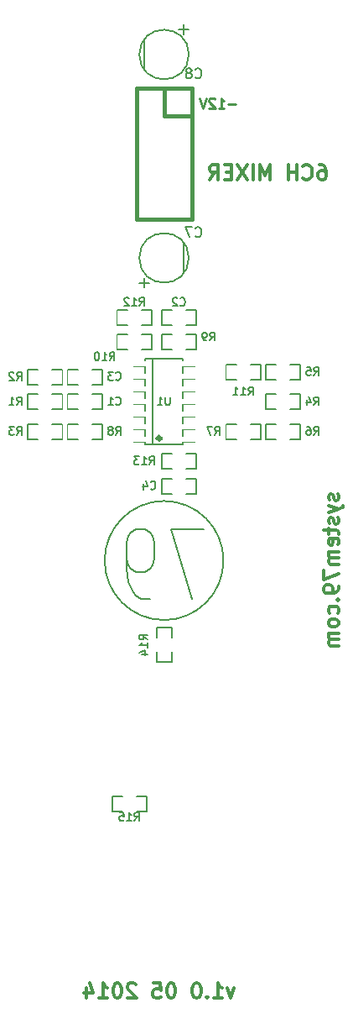
<source format=gbo>
G04 (created by PCBNEW (2013-07-07 BZR 4022)-stable) date 2014-05-25 11:14:29 PM*
%MOIN*%
G04 Gerber Fmt 3.4, Leading zero omitted, Abs format*
%FSLAX34Y34*%
G01*
G70*
G90*
G04 APERTURE LIST*
%ADD10C,0.00590551*%
%ADD11C,0.011811*%
%ADD12C,0.00984252*%
%ADD13C,0.015*%
%ADD14C,0.0026*%
%ADD15C,0.008*%
%ADD16C,0.005*%
%ADD17C,0.00787402*%
%ADD18C,0.006*%
%ADD19R,0.0866X0.0236*%
%ADD20R,0.055X0.045*%
%ADD21R,0.045X0.055*%
%ADD22O,0.0984252X0.137795*%
%ADD23C,0.0688976*%
%ADD24O,0.137795X0.19685*%
%ADD25O,0.0787402X0.137795*%
%ADD26O,0.137795X0.137795*%
%ADD27C,0.0787*%
%ADD28R,0.0787X0.0787*%
%ADD29R,0.0551181X0.0551181*%
%ADD30C,0.0551181*%
G04 APERTURE END LIST*
G54D10*
G54D11*
X94895Y-60953D02*
X94924Y-61009D01*
X94924Y-61122D01*
X94895Y-61178D01*
X94839Y-61206D01*
X94811Y-61206D01*
X94755Y-61178D01*
X94727Y-61122D01*
X94727Y-61037D01*
X94699Y-60981D01*
X94642Y-60953D01*
X94614Y-60953D01*
X94558Y-60981D01*
X94530Y-61037D01*
X94530Y-61122D01*
X94558Y-61178D01*
X94530Y-61403D02*
X94924Y-61543D01*
X94530Y-61684D02*
X94924Y-61543D01*
X95064Y-61487D01*
X95092Y-61459D01*
X95120Y-61403D01*
X94895Y-61881D02*
X94924Y-61937D01*
X94924Y-62050D01*
X94895Y-62106D01*
X94839Y-62134D01*
X94811Y-62134D01*
X94755Y-62106D01*
X94727Y-62050D01*
X94727Y-61965D01*
X94699Y-61909D01*
X94642Y-61881D01*
X94614Y-61881D01*
X94558Y-61909D01*
X94530Y-61965D01*
X94530Y-62050D01*
X94558Y-62106D01*
X94530Y-62303D02*
X94530Y-62528D01*
X94333Y-62387D02*
X94839Y-62387D01*
X94895Y-62415D01*
X94924Y-62471D01*
X94924Y-62528D01*
X94895Y-62949D02*
X94924Y-62893D01*
X94924Y-62781D01*
X94895Y-62724D01*
X94839Y-62696D01*
X94614Y-62696D01*
X94558Y-62724D01*
X94530Y-62781D01*
X94530Y-62893D01*
X94558Y-62949D01*
X94614Y-62978D01*
X94670Y-62978D01*
X94727Y-62696D01*
X94924Y-63231D02*
X94530Y-63231D01*
X94586Y-63231D02*
X94558Y-63259D01*
X94530Y-63315D01*
X94530Y-63399D01*
X94558Y-63456D01*
X94614Y-63484D01*
X94924Y-63484D01*
X94614Y-63484D02*
X94558Y-63512D01*
X94530Y-63568D01*
X94530Y-63652D01*
X94558Y-63709D01*
X94614Y-63737D01*
X94924Y-63737D01*
X94333Y-63962D02*
X94333Y-64356D01*
X94924Y-64102D01*
X94924Y-64609D02*
X94924Y-64721D01*
X94895Y-64777D01*
X94867Y-64805D01*
X94783Y-64862D01*
X94670Y-64890D01*
X94446Y-64890D01*
X94389Y-64862D01*
X94361Y-64834D01*
X94333Y-64777D01*
X94333Y-64665D01*
X94361Y-64609D01*
X94389Y-64580D01*
X94446Y-64552D01*
X94586Y-64552D01*
X94642Y-64580D01*
X94670Y-64609D01*
X94699Y-64665D01*
X94699Y-64777D01*
X94670Y-64834D01*
X94642Y-64862D01*
X94586Y-64890D01*
X94867Y-65143D02*
X94895Y-65171D01*
X94924Y-65143D01*
X94895Y-65115D01*
X94867Y-65143D01*
X94924Y-65143D01*
X94895Y-65677D02*
X94924Y-65621D01*
X94924Y-65508D01*
X94895Y-65452D01*
X94867Y-65424D01*
X94811Y-65396D01*
X94642Y-65396D01*
X94586Y-65424D01*
X94558Y-65452D01*
X94530Y-65508D01*
X94530Y-65621D01*
X94558Y-65677D01*
X94924Y-66015D02*
X94895Y-65958D01*
X94867Y-65930D01*
X94811Y-65902D01*
X94642Y-65902D01*
X94586Y-65930D01*
X94558Y-65958D01*
X94530Y-66015D01*
X94530Y-66099D01*
X94558Y-66155D01*
X94586Y-66183D01*
X94642Y-66212D01*
X94811Y-66212D01*
X94867Y-66183D01*
X94895Y-66155D01*
X94924Y-66099D01*
X94924Y-66015D01*
X94924Y-66465D02*
X94530Y-66465D01*
X94586Y-66465D02*
X94558Y-66493D01*
X94530Y-66549D01*
X94530Y-66633D01*
X94558Y-66690D01*
X94614Y-66718D01*
X94924Y-66718D01*
X94614Y-66718D02*
X94558Y-66746D01*
X94530Y-66802D01*
X94530Y-66886D01*
X94558Y-66943D01*
X94614Y-66971D01*
X94924Y-66971D01*
X90776Y-80553D02*
X90635Y-80947D01*
X90494Y-80553D01*
X89960Y-80947D02*
X90298Y-80947D01*
X90129Y-80947D02*
X90129Y-80357D01*
X90185Y-80441D01*
X90241Y-80497D01*
X90298Y-80525D01*
X89707Y-80891D02*
X89679Y-80919D01*
X89707Y-80947D01*
X89735Y-80919D01*
X89707Y-80891D01*
X89707Y-80947D01*
X89313Y-80357D02*
X89257Y-80357D01*
X89201Y-80385D01*
X89173Y-80413D01*
X89145Y-80469D01*
X89116Y-80582D01*
X89116Y-80722D01*
X89145Y-80835D01*
X89173Y-80891D01*
X89201Y-80919D01*
X89257Y-80947D01*
X89313Y-80947D01*
X89370Y-80919D01*
X89398Y-80891D01*
X89426Y-80835D01*
X89454Y-80722D01*
X89454Y-80582D01*
X89426Y-80469D01*
X89398Y-80413D01*
X89370Y-80385D01*
X89313Y-80357D01*
X88301Y-80357D02*
X88245Y-80357D01*
X88188Y-80385D01*
X88160Y-80413D01*
X88132Y-80469D01*
X88104Y-80582D01*
X88104Y-80722D01*
X88132Y-80835D01*
X88160Y-80891D01*
X88188Y-80919D01*
X88245Y-80947D01*
X88301Y-80947D01*
X88357Y-80919D01*
X88385Y-80891D01*
X88413Y-80835D01*
X88442Y-80722D01*
X88442Y-80582D01*
X88413Y-80469D01*
X88385Y-80413D01*
X88357Y-80385D01*
X88301Y-80357D01*
X87570Y-80357D02*
X87851Y-80357D01*
X87879Y-80638D01*
X87851Y-80610D01*
X87795Y-80582D01*
X87654Y-80582D01*
X87598Y-80610D01*
X87570Y-80638D01*
X87542Y-80694D01*
X87542Y-80835D01*
X87570Y-80891D01*
X87598Y-80919D01*
X87654Y-80947D01*
X87795Y-80947D01*
X87851Y-80919D01*
X87879Y-80891D01*
X86867Y-80413D02*
X86839Y-80385D01*
X86782Y-80357D01*
X86642Y-80357D01*
X86586Y-80385D01*
X86557Y-80413D01*
X86529Y-80469D01*
X86529Y-80525D01*
X86557Y-80610D01*
X86895Y-80947D01*
X86529Y-80947D01*
X86164Y-80357D02*
X86107Y-80357D01*
X86051Y-80385D01*
X86023Y-80413D01*
X85995Y-80469D01*
X85967Y-80582D01*
X85967Y-80722D01*
X85995Y-80835D01*
X86023Y-80891D01*
X86051Y-80919D01*
X86107Y-80947D01*
X86164Y-80947D01*
X86220Y-80919D01*
X86248Y-80891D01*
X86276Y-80835D01*
X86304Y-80722D01*
X86304Y-80582D01*
X86276Y-80469D01*
X86248Y-80413D01*
X86220Y-80385D01*
X86164Y-80357D01*
X85404Y-80947D02*
X85742Y-80947D01*
X85573Y-80947D02*
X85573Y-80357D01*
X85629Y-80441D01*
X85686Y-80497D01*
X85742Y-80525D01*
X84898Y-80553D02*
X84898Y-80947D01*
X85039Y-80329D02*
X85179Y-80750D01*
X84814Y-80750D01*
X94164Y-47876D02*
X94277Y-47876D01*
X94333Y-47904D01*
X94361Y-47933D01*
X94417Y-48017D01*
X94446Y-48129D01*
X94446Y-48354D01*
X94417Y-48411D01*
X94389Y-48439D01*
X94333Y-48467D01*
X94221Y-48467D01*
X94164Y-48439D01*
X94136Y-48411D01*
X94108Y-48354D01*
X94108Y-48214D01*
X94136Y-48158D01*
X94164Y-48129D01*
X94221Y-48101D01*
X94333Y-48101D01*
X94389Y-48129D01*
X94417Y-48158D01*
X94446Y-48214D01*
X93517Y-48411D02*
X93546Y-48439D01*
X93630Y-48467D01*
X93686Y-48467D01*
X93771Y-48439D01*
X93827Y-48383D01*
X93855Y-48326D01*
X93883Y-48214D01*
X93883Y-48129D01*
X93855Y-48017D01*
X93827Y-47961D01*
X93771Y-47904D01*
X93686Y-47876D01*
X93630Y-47876D01*
X93546Y-47904D01*
X93517Y-47933D01*
X93264Y-48467D02*
X93264Y-47876D01*
X93264Y-48158D02*
X92927Y-48158D01*
X92927Y-48467D02*
X92927Y-47876D01*
X92196Y-48467D02*
X92196Y-47876D01*
X91999Y-48298D01*
X91802Y-47876D01*
X91802Y-48467D01*
X91521Y-48467D02*
X91521Y-47876D01*
X91296Y-47876D02*
X90902Y-48467D01*
X90902Y-47876D02*
X91296Y-48467D01*
X90677Y-48158D02*
X90480Y-48158D01*
X90396Y-48467D02*
X90677Y-48467D01*
X90677Y-47876D01*
X90396Y-47876D01*
X89805Y-48467D02*
X90002Y-48186D01*
X90143Y-48467D02*
X90143Y-47876D01*
X89918Y-47876D01*
X89862Y-47904D01*
X89834Y-47933D01*
X89805Y-47989D01*
X89805Y-48073D01*
X89834Y-48129D01*
X89862Y-48158D01*
X89918Y-48186D01*
X90143Y-48186D01*
G54D12*
X90851Y-45481D02*
X90551Y-45481D01*
X90157Y-45631D02*
X90382Y-45631D01*
X90269Y-45631D02*
X90269Y-45238D01*
X90307Y-45294D01*
X90344Y-45331D01*
X90382Y-45350D01*
X90007Y-45275D02*
X89988Y-45256D01*
X89951Y-45238D01*
X89857Y-45238D01*
X89820Y-45256D01*
X89801Y-45275D01*
X89782Y-45313D01*
X89782Y-45350D01*
X89801Y-45406D01*
X90026Y-45631D01*
X89782Y-45631D01*
X89670Y-45238D02*
X89538Y-45631D01*
X89407Y-45238D01*
G54D13*
X87862Y-58733D02*
G75*
G03X87862Y-58733I-70J0D01*
G74*
G01*
G54D14*
X86772Y-58879D02*
X86772Y-58686D01*
X86772Y-58686D02*
X87205Y-58686D01*
X87205Y-58879D02*
X87205Y-58686D01*
X86772Y-58879D02*
X87205Y-58879D01*
X86772Y-58379D02*
X86772Y-58186D01*
X86772Y-58186D02*
X87205Y-58186D01*
X87205Y-58379D02*
X87205Y-58186D01*
X86772Y-58379D02*
X87205Y-58379D01*
X86772Y-57879D02*
X86772Y-57686D01*
X86772Y-57686D02*
X87205Y-57686D01*
X87205Y-57879D02*
X87205Y-57686D01*
X86772Y-57879D02*
X87205Y-57879D01*
X86772Y-57379D02*
X86772Y-57187D01*
X86772Y-57187D02*
X87205Y-57187D01*
X87205Y-57379D02*
X87205Y-57187D01*
X86772Y-57379D02*
X87205Y-57379D01*
X88779Y-57379D02*
X88779Y-57187D01*
X88779Y-57187D02*
X89212Y-57187D01*
X89212Y-57379D02*
X89212Y-57187D01*
X88779Y-57379D02*
X89212Y-57379D01*
X88779Y-57879D02*
X88779Y-57686D01*
X88779Y-57686D02*
X89212Y-57686D01*
X89212Y-57879D02*
X89212Y-57686D01*
X88779Y-57879D02*
X89212Y-57879D01*
X88779Y-58379D02*
X88779Y-58186D01*
X88779Y-58186D02*
X89212Y-58186D01*
X89212Y-58379D02*
X89212Y-58186D01*
X88779Y-58379D02*
X89212Y-58379D01*
X88779Y-58879D02*
X88779Y-58686D01*
X88779Y-58686D02*
X89212Y-58686D01*
X89212Y-58879D02*
X89212Y-58686D01*
X88779Y-58879D02*
X89212Y-58879D01*
X86772Y-56880D02*
X86772Y-56687D01*
X86772Y-56687D02*
X87205Y-56687D01*
X87205Y-56880D02*
X87205Y-56687D01*
X86772Y-56880D02*
X87205Y-56880D01*
X86772Y-56380D02*
X86772Y-56187D01*
X86772Y-56187D02*
X87205Y-56187D01*
X87205Y-56380D02*
X87205Y-56187D01*
X86772Y-56380D02*
X87205Y-56380D01*
X86772Y-55880D02*
X86772Y-55687D01*
X86772Y-55687D02*
X87205Y-55687D01*
X87205Y-55880D02*
X87205Y-55687D01*
X86772Y-55880D02*
X87205Y-55880D01*
X88779Y-55880D02*
X88779Y-55687D01*
X88779Y-55687D02*
X89212Y-55687D01*
X89212Y-55880D02*
X89212Y-55687D01*
X88779Y-55880D02*
X89212Y-55880D01*
X88779Y-56380D02*
X88779Y-56187D01*
X88779Y-56187D02*
X89212Y-56187D01*
X89212Y-56380D02*
X89212Y-56187D01*
X88779Y-56380D02*
X89212Y-56380D01*
X88779Y-56880D02*
X88779Y-56687D01*
X88779Y-56687D02*
X89212Y-56687D01*
X89212Y-56880D02*
X89212Y-56687D01*
X88779Y-56880D02*
X89212Y-56880D01*
G54D15*
X87244Y-55589D02*
X87244Y-58977D01*
X87244Y-58977D02*
X87441Y-58977D01*
X87441Y-58977D02*
X88740Y-58977D01*
X87541Y-55589D02*
X87541Y-58977D01*
X88740Y-55589D02*
X87441Y-55589D01*
X87441Y-55589D02*
X87244Y-55589D01*
X88740Y-58977D02*
X88740Y-55589D01*
G54D16*
X88292Y-66649D02*
X88292Y-66249D01*
X88292Y-66249D02*
X87692Y-66249D01*
X87692Y-66249D02*
X87692Y-66649D01*
X87692Y-67209D02*
X87692Y-67609D01*
X87692Y-67609D02*
X88292Y-67609D01*
X88292Y-67609D02*
X88292Y-67209D01*
X88302Y-59345D02*
X87902Y-59345D01*
X87902Y-59345D02*
X87902Y-59945D01*
X87902Y-59945D02*
X88302Y-59945D01*
X88862Y-59945D02*
X89262Y-59945D01*
X89262Y-59945D02*
X89262Y-59345D01*
X89262Y-59345D02*
X88862Y-59345D01*
X90861Y-55802D02*
X90461Y-55802D01*
X90461Y-55802D02*
X90461Y-56402D01*
X90461Y-56402D02*
X90861Y-56402D01*
X91421Y-56402D02*
X91821Y-56402D01*
X91821Y-56402D02*
X91821Y-55802D01*
X91821Y-55802D02*
X91421Y-55802D01*
X86334Y-72928D02*
X85934Y-72928D01*
X85934Y-72928D02*
X85934Y-73528D01*
X85934Y-73528D02*
X86334Y-73528D01*
X86894Y-73528D02*
X87294Y-73528D01*
X87294Y-73528D02*
X87294Y-72928D01*
X87294Y-72928D02*
X86894Y-72928D01*
X88862Y-54237D02*
X89262Y-54237D01*
X89262Y-54237D02*
X89262Y-53637D01*
X89262Y-53637D02*
X88862Y-53637D01*
X88302Y-53637D02*
X87902Y-53637D01*
X87902Y-53637D02*
X87902Y-54237D01*
X87902Y-54237D02*
X88302Y-54237D01*
X88862Y-55221D02*
X89262Y-55221D01*
X89262Y-55221D02*
X89262Y-54621D01*
X89262Y-54621D02*
X88862Y-54621D01*
X88302Y-54621D02*
X87902Y-54621D01*
X87902Y-54621D02*
X87902Y-55221D01*
X87902Y-55221D02*
X88302Y-55221D01*
X92996Y-58764D02*
X93396Y-58764D01*
X93396Y-58764D02*
X93396Y-58164D01*
X93396Y-58164D02*
X92996Y-58164D01*
X92436Y-58164D02*
X92036Y-58164D01*
X92036Y-58164D02*
X92036Y-58764D01*
X92036Y-58764D02*
X92436Y-58764D01*
X92996Y-56402D02*
X93396Y-56402D01*
X93396Y-56402D02*
X93396Y-55802D01*
X93396Y-55802D02*
X92996Y-55802D01*
X92436Y-55802D02*
X92036Y-55802D01*
X92036Y-55802D02*
X92036Y-56402D01*
X92036Y-56402D02*
X92436Y-56402D01*
X92996Y-57583D02*
X93396Y-57583D01*
X93396Y-57583D02*
X93396Y-56983D01*
X93396Y-56983D02*
X92996Y-56983D01*
X92436Y-56983D02*
X92036Y-56983D01*
X92036Y-56983D02*
X92036Y-57583D01*
X92036Y-57583D02*
X92436Y-57583D01*
X88302Y-60329D02*
X87902Y-60329D01*
X87902Y-60329D02*
X87902Y-60929D01*
X87902Y-60929D02*
X88302Y-60929D01*
X88862Y-60929D02*
X89262Y-60929D01*
X89262Y-60929D02*
X89262Y-60329D01*
X89262Y-60329D02*
X88862Y-60329D01*
X85122Y-56599D02*
X85522Y-56599D01*
X85522Y-56599D02*
X85522Y-55999D01*
X85522Y-55999D02*
X85122Y-55999D01*
X84562Y-55999D02*
X84162Y-55999D01*
X84162Y-55999D02*
X84162Y-56599D01*
X84162Y-56599D02*
X84562Y-56599D01*
X84562Y-56983D02*
X84162Y-56983D01*
X84162Y-56983D02*
X84162Y-57583D01*
X84162Y-57583D02*
X84562Y-57583D01*
X85122Y-57583D02*
X85522Y-57583D01*
X85522Y-57583D02*
X85522Y-56983D01*
X85522Y-56983D02*
X85122Y-56983D01*
X91421Y-58764D02*
X91821Y-58764D01*
X91821Y-58764D02*
X91821Y-58164D01*
X91821Y-58164D02*
X91421Y-58164D01*
X90861Y-58164D02*
X90461Y-58164D01*
X90461Y-58164D02*
X90461Y-58764D01*
X90461Y-58764D02*
X90861Y-58764D01*
X87091Y-54237D02*
X87491Y-54237D01*
X87491Y-54237D02*
X87491Y-53637D01*
X87491Y-53637D02*
X87091Y-53637D01*
X86531Y-53637D02*
X86131Y-53637D01*
X86131Y-53637D02*
X86131Y-54237D01*
X86131Y-54237D02*
X86531Y-54237D01*
X86531Y-54621D02*
X86131Y-54621D01*
X86131Y-54621D02*
X86131Y-55221D01*
X86131Y-55221D02*
X86531Y-55221D01*
X87091Y-55221D02*
X87491Y-55221D01*
X87491Y-55221D02*
X87491Y-54621D01*
X87491Y-54621D02*
X87091Y-54621D01*
X84562Y-58164D02*
X84162Y-58164D01*
X84162Y-58164D02*
X84162Y-58764D01*
X84162Y-58764D02*
X84562Y-58764D01*
X85122Y-58764D02*
X85522Y-58764D01*
X85522Y-58764D02*
X85522Y-58164D01*
X85522Y-58164D02*
X85122Y-58164D01*
X82987Y-58164D02*
X82587Y-58164D01*
X82587Y-58164D02*
X82587Y-58764D01*
X82587Y-58764D02*
X82987Y-58764D01*
X83547Y-58764D02*
X83947Y-58764D01*
X83947Y-58764D02*
X83947Y-58164D01*
X83947Y-58164D02*
X83547Y-58164D01*
X82987Y-55999D02*
X82587Y-55999D01*
X82587Y-55999D02*
X82587Y-56599D01*
X82587Y-56599D02*
X82987Y-56599D01*
X83547Y-56599D02*
X83947Y-56599D01*
X83947Y-56599D02*
X83947Y-55999D01*
X83947Y-55999D02*
X83547Y-55999D01*
X82987Y-56983D02*
X82587Y-56983D01*
X82587Y-56983D02*
X82587Y-57583D01*
X82587Y-57583D02*
X82987Y-57583D01*
X83547Y-57583D02*
X83947Y-57583D01*
X83947Y-57583D02*
X83947Y-56983D01*
X83947Y-56983D02*
X83547Y-56983D01*
G54D13*
X86892Y-50040D02*
X89092Y-50040D01*
X89092Y-50040D02*
X89092Y-44840D01*
X86892Y-44840D02*
X86892Y-50040D01*
X87992Y-45940D02*
X89092Y-45940D01*
X87992Y-45940D02*
X87992Y-44840D01*
X89092Y-44840D02*
X86892Y-44840D01*
G54D10*
X87204Y-42913D02*
X87204Y-44094D01*
X88976Y-42519D02*
X88582Y-42519D01*
X88779Y-42716D02*
X88779Y-42322D01*
X88976Y-43503D02*
G75*
G03X88976Y-43503I-984J0D01*
G74*
G01*
X88779Y-52165D02*
X88779Y-50984D01*
X87007Y-52559D02*
X87401Y-52559D01*
X87204Y-52362D02*
X87204Y-52755D01*
X88976Y-51574D02*
G75*
G03X88976Y-51574I-984J0D01*
G74*
G01*
G54D17*
X90354Y-63582D02*
G75*
G03X90354Y-63582I-2362J0D01*
G74*
G01*
G54D18*
X88235Y-57092D02*
X88235Y-57352D01*
X88220Y-57382D01*
X88205Y-57397D01*
X88174Y-57412D01*
X88114Y-57412D01*
X88083Y-57397D01*
X88068Y-57382D01*
X88053Y-57352D01*
X88053Y-57092D01*
X87733Y-57412D02*
X87915Y-57412D01*
X87824Y-57412D02*
X87824Y-57092D01*
X87854Y-57138D01*
X87885Y-57169D01*
X87915Y-57184D01*
X87334Y-66723D02*
X87181Y-66616D01*
X87334Y-66540D02*
X87014Y-66540D01*
X87014Y-66662D01*
X87029Y-66692D01*
X87044Y-66708D01*
X87075Y-66723D01*
X87120Y-66723D01*
X87151Y-66708D01*
X87166Y-66692D01*
X87181Y-66662D01*
X87181Y-66540D01*
X87334Y-67028D02*
X87334Y-66845D01*
X87334Y-66936D02*
X87014Y-66936D01*
X87059Y-66906D01*
X87090Y-66875D01*
X87105Y-66845D01*
X87120Y-67302D02*
X87334Y-67302D01*
X86999Y-67226D02*
X87227Y-67150D01*
X87227Y-67348D01*
X87410Y-59775D02*
X87517Y-59622D01*
X87593Y-59775D02*
X87593Y-59455D01*
X87471Y-59455D01*
X87440Y-59470D01*
X87425Y-59485D01*
X87410Y-59516D01*
X87410Y-59561D01*
X87425Y-59592D01*
X87440Y-59607D01*
X87471Y-59622D01*
X87593Y-59622D01*
X87105Y-59775D02*
X87288Y-59775D01*
X87197Y-59775D02*
X87197Y-59455D01*
X87227Y-59500D01*
X87258Y-59531D01*
X87288Y-59546D01*
X86999Y-59455D02*
X86800Y-59455D01*
X86907Y-59577D01*
X86861Y-59577D01*
X86831Y-59592D01*
X86816Y-59607D01*
X86800Y-59638D01*
X86800Y-59714D01*
X86816Y-59744D01*
X86831Y-59759D01*
X86861Y-59775D01*
X86953Y-59775D01*
X86983Y-59759D01*
X86999Y-59744D01*
X91347Y-57019D02*
X91454Y-56866D01*
X91530Y-57019D02*
X91530Y-56699D01*
X91408Y-56699D01*
X91377Y-56714D01*
X91362Y-56729D01*
X91347Y-56760D01*
X91347Y-56805D01*
X91362Y-56836D01*
X91377Y-56851D01*
X91408Y-56866D01*
X91530Y-56866D01*
X91042Y-57019D02*
X91225Y-57019D01*
X91134Y-57019D02*
X91134Y-56699D01*
X91164Y-56745D01*
X91195Y-56775D01*
X91225Y-56790D01*
X90737Y-57019D02*
X90920Y-57019D01*
X90829Y-57019D02*
X90829Y-56699D01*
X90859Y-56745D01*
X90890Y-56775D01*
X90920Y-56790D01*
X86819Y-73907D02*
X86926Y-73755D01*
X87002Y-73907D02*
X87002Y-73587D01*
X86880Y-73587D01*
X86850Y-73603D01*
X86835Y-73618D01*
X86819Y-73648D01*
X86819Y-73694D01*
X86835Y-73725D01*
X86850Y-73740D01*
X86880Y-73755D01*
X87002Y-73755D01*
X86515Y-73907D02*
X86697Y-73907D01*
X86606Y-73907D02*
X86606Y-73587D01*
X86637Y-73633D01*
X86667Y-73664D01*
X86697Y-73679D01*
X86225Y-73587D02*
X86377Y-73587D01*
X86393Y-73740D01*
X86377Y-73725D01*
X86347Y-73709D01*
X86271Y-73709D01*
X86240Y-73725D01*
X86225Y-73740D01*
X86210Y-73770D01*
X86210Y-73846D01*
X86225Y-73877D01*
X86240Y-73892D01*
X86271Y-73907D01*
X86347Y-73907D01*
X86377Y-73892D01*
X86393Y-73877D01*
X88636Y-53445D02*
X88651Y-53460D01*
X88696Y-53475D01*
X88727Y-53475D01*
X88773Y-53460D01*
X88803Y-53430D01*
X88818Y-53399D01*
X88834Y-53338D01*
X88834Y-53293D01*
X88818Y-53232D01*
X88803Y-53201D01*
X88773Y-53171D01*
X88727Y-53155D01*
X88696Y-53155D01*
X88651Y-53171D01*
X88636Y-53186D01*
X88514Y-53186D02*
X88498Y-53171D01*
X88468Y-53155D01*
X88392Y-53155D01*
X88361Y-53171D01*
X88346Y-53186D01*
X88331Y-53216D01*
X88331Y-53247D01*
X88346Y-53293D01*
X88529Y-53475D01*
X88331Y-53475D01*
X89817Y-54853D02*
X89923Y-54701D01*
X89999Y-54853D02*
X89999Y-54533D01*
X89878Y-54533D01*
X89847Y-54549D01*
X89832Y-54564D01*
X89817Y-54594D01*
X89817Y-54640D01*
X89832Y-54671D01*
X89847Y-54686D01*
X89878Y-54701D01*
X89999Y-54701D01*
X89664Y-54853D02*
X89603Y-54853D01*
X89573Y-54838D01*
X89558Y-54823D01*
X89527Y-54777D01*
X89512Y-54716D01*
X89512Y-54594D01*
X89527Y-54564D01*
X89542Y-54549D01*
X89573Y-54533D01*
X89634Y-54533D01*
X89664Y-54549D01*
X89679Y-54564D01*
X89695Y-54594D01*
X89695Y-54671D01*
X89679Y-54701D01*
X89664Y-54716D01*
X89634Y-54732D01*
X89573Y-54732D01*
X89542Y-54716D01*
X89527Y-54701D01*
X89512Y-54671D01*
X93950Y-58594D02*
X94057Y-58441D01*
X94133Y-58594D02*
X94133Y-58274D01*
X94011Y-58274D01*
X93981Y-58289D01*
X93966Y-58304D01*
X93950Y-58335D01*
X93950Y-58380D01*
X93966Y-58411D01*
X93981Y-58426D01*
X94011Y-58441D01*
X94133Y-58441D01*
X93676Y-58274D02*
X93737Y-58274D01*
X93768Y-58289D01*
X93783Y-58304D01*
X93813Y-58350D01*
X93829Y-58411D01*
X93829Y-58533D01*
X93813Y-58563D01*
X93798Y-58578D01*
X93768Y-58594D01*
X93707Y-58594D01*
X93676Y-58578D01*
X93661Y-58563D01*
X93646Y-58533D01*
X93646Y-58456D01*
X93661Y-58426D01*
X93676Y-58411D01*
X93707Y-58395D01*
X93768Y-58395D01*
X93798Y-58411D01*
X93813Y-58426D01*
X93829Y-58456D01*
X93950Y-56231D02*
X94057Y-56079D01*
X94133Y-56231D02*
X94133Y-55911D01*
X94011Y-55911D01*
X93981Y-55927D01*
X93966Y-55942D01*
X93950Y-55972D01*
X93950Y-56018D01*
X93966Y-56049D01*
X93981Y-56064D01*
X94011Y-56079D01*
X94133Y-56079D01*
X93661Y-55911D02*
X93813Y-55911D01*
X93829Y-56064D01*
X93813Y-56049D01*
X93783Y-56033D01*
X93707Y-56033D01*
X93676Y-56049D01*
X93661Y-56064D01*
X93646Y-56094D01*
X93646Y-56170D01*
X93661Y-56201D01*
X93676Y-56216D01*
X93707Y-56231D01*
X93783Y-56231D01*
X93813Y-56216D01*
X93829Y-56201D01*
X93950Y-57412D02*
X94057Y-57260D01*
X94133Y-57412D02*
X94133Y-57092D01*
X94011Y-57092D01*
X93981Y-57108D01*
X93966Y-57123D01*
X93950Y-57153D01*
X93950Y-57199D01*
X93966Y-57230D01*
X93981Y-57245D01*
X94011Y-57260D01*
X94133Y-57260D01*
X93676Y-57199D02*
X93676Y-57412D01*
X93752Y-57077D02*
X93829Y-57306D01*
X93630Y-57306D01*
X87454Y-60728D02*
X87470Y-60744D01*
X87515Y-60759D01*
X87546Y-60759D01*
X87592Y-60744D01*
X87622Y-60713D01*
X87637Y-60683D01*
X87653Y-60622D01*
X87653Y-60576D01*
X87637Y-60515D01*
X87622Y-60485D01*
X87592Y-60454D01*
X87546Y-60439D01*
X87515Y-60439D01*
X87470Y-60454D01*
X87454Y-60469D01*
X87180Y-60546D02*
X87180Y-60759D01*
X87256Y-60424D02*
X87333Y-60652D01*
X87134Y-60652D01*
X86076Y-56398D02*
X86092Y-56413D01*
X86137Y-56428D01*
X86168Y-56428D01*
X86214Y-56413D01*
X86244Y-56383D01*
X86259Y-56352D01*
X86275Y-56291D01*
X86275Y-56245D01*
X86259Y-56184D01*
X86244Y-56154D01*
X86214Y-56123D01*
X86168Y-56108D01*
X86137Y-56108D01*
X86092Y-56123D01*
X86076Y-56139D01*
X85970Y-56108D02*
X85772Y-56108D01*
X85878Y-56230D01*
X85833Y-56230D01*
X85802Y-56245D01*
X85787Y-56261D01*
X85772Y-56291D01*
X85772Y-56367D01*
X85787Y-56398D01*
X85802Y-56413D01*
X85833Y-56428D01*
X85924Y-56428D01*
X85955Y-56413D01*
X85970Y-56398D01*
X86076Y-57382D02*
X86092Y-57397D01*
X86137Y-57412D01*
X86168Y-57412D01*
X86214Y-57397D01*
X86244Y-57367D01*
X86259Y-57336D01*
X86275Y-57275D01*
X86275Y-57230D01*
X86259Y-57169D01*
X86244Y-57138D01*
X86214Y-57108D01*
X86168Y-57092D01*
X86137Y-57092D01*
X86092Y-57108D01*
X86076Y-57123D01*
X85772Y-57412D02*
X85955Y-57412D01*
X85863Y-57412D02*
X85863Y-57092D01*
X85894Y-57138D01*
X85924Y-57169D01*
X85955Y-57184D01*
X90013Y-58594D02*
X90120Y-58441D01*
X90196Y-58594D02*
X90196Y-58274D01*
X90074Y-58274D01*
X90044Y-58289D01*
X90029Y-58304D01*
X90013Y-58335D01*
X90013Y-58380D01*
X90029Y-58411D01*
X90044Y-58426D01*
X90074Y-58441D01*
X90196Y-58441D01*
X89907Y-58274D02*
X89693Y-58274D01*
X89831Y-58594D01*
X87016Y-53475D02*
X87123Y-53323D01*
X87199Y-53475D02*
X87199Y-53155D01*
X87077Y-53155D01*
X87047Y-53171D01*
X87031Y-53186D01*
X87016Y-53216D01*
X87016Y-53262D01*
X87031Y-53293D01*
X87047Y-53308D01*
X87077Y-53323D01*
X87199Y-53323D01*
X86711Y-53475D02*
X86894Y-53475D01*
X86803Y-53475D02*
X86803Y-53155D01*
X86833Y-53201D01*
X86864Y-53232D01*
X86894Y-53247D01*
X86590Y-53186D02*
X86574Y-53171D01*
X86544Y-53155D01*
X86468Y-53155D01*
X86437Y-53171D01*
X86422Y-53186D01*
X86407Y-53216D01*
X86407Y-53247D01*
X86422Y-53293D01*
X86605Y-53475D01*
X86407Y-53475D01*
X85835Y-55641D02*
X85942Y-55488D01*
X86018Y-55641D02*
X86018Y-55321D01*
X85896Y-55321D01*
X85866Y-55336D01*
X85850Y-55351D01*
X85835Y-55382D01*
X85835Y-55428D01*
X85850Y-55458D01*
X85866Y-55473D01*
X85896Y-55488D01*
X86018Y-55488D01*
X85530Y-55641D02*
X85713Y-55641D01*
X85622Y-55641D02*
X85622Y-55321D01*
X85652Y-55367D01*
X85683Y-55397D01*
X85713Y-55412D01*
X85332Y-55321D02*
X85302Y-55321D01*
X85271Y-55336D01*
X85256Y-55351D01*
X85241Y-55382D01*
X85226Y-55443D01*
X85226Y-55519D01*
X85241Y-55580D01*
X85256Y-55610D01*
X85271Y-55626D01*
X85302Y-55641D01*
X85332Y-55641D01*
X85363Y-55626D01*
X85378Y-55610D01*
X85393Y-55580D01*
X85408Y-55519D01*
X85408Y-55443D01*
X85393Y-55382D01*
X85378Y-55351D01*
X85363Y-55336D01*
X85332Y-55321D01*
X86076Y-58594D02*
X86183Y-58441D01*
X86259Y-58594D02*
X86259Y-58274D01*
X86137Y-58274D01*
X86107Y-58289D01*
X86092Y-58304D01*
X86076Y-58335D01*
X86076Y-58380D01*
X86092Y-58411D01*
X86107Y-58426D01*
X86137Y-58441D01*
X86259Y-58441D01*
X85894Y-58411D02*
X85924Y-58395D01*
X85939Y-58380D01*
X85955Y-58350D01*
X85955Y-58335D01*
X85939Y-58304D01*
X85924Y-58289D01*
X85894Y-58274D01*
X85833Y-58274D01*
X85802Y-58289D01*
X85787Y-58304D01*
X85772Y-58335D01*
X85772Y-58350D01*
X85787Y-58380D01*
X85802Y-58395D01*
X85833Y-58411D01*
X85894Y-58411D01*
X85924Y-58426D01*
X85939Y-58441D01*
X85955Y-58472D01*
X85955Y-58533D01*
X85939Y-58563D01*
X85924Y-58578D01*
X85894Y-58594D01*
X85833Y-58594D01*
X85802Y-58578D01*
X85787Y-58563D01*
X85772Y-58533D01*
X85772Y-58472D01*
X85787Y-58441D01*
X85802Y-58426D01*
X85833Y-58411D01*
X82139Y-58594D02*
X82246Y-58441D01*
X82322Y-58594D02*
X82322Y-58274D01*
X82200Y-58274D01*
X82170Y-58289D01*
X82155Y-58304D01*
X82139Y-58335D01*
X82139Y-58380D01*
X82155Y-58411D01*
X82170Y-58426D01*
X82200Y-58441D01*
X82322Y-58441D01*
X82033Y-58274D02*
X81835Y-58274D01*
X81941Y-58395D01*
X81896Y-58395D01*
X81865Y-58411D01*
X81850Y-58426D01*
X81835Y-58456D01*
X81835Y-58533D01*
X81850Y-58563D01*
X81865Y-58578D01*
X81896Y-58594D01*
X81987Y-58594D01*
X82018Y-58578D01*
X82033Y-58563D01*
X82139Y-56428D02*
X82246Y-56276D01*
X82322Y-56428D02*
X82322Y-56108D01*
X82200Y-56108D01*
X82170Y-56123D01*
X82155Y-56139D01*
X82139Y-56169D01*
X82139Y-56215D01*
X82155Y-56245D01*
X82170Y-56261D01*
X82200Y-56276D01*
X82322Y-56276D01*
X82018Y-56139D02*
X82002Y-56123D01*
X81972Y-56108D01*
X81896Y-56108D01*
X81865Y-56123D01*
X81850Y-56139D01*
X81835Y-56169D01*
X81835Y-56200D01*
X81850Y-56245D01*
X82033Y-56428D01*
X81835Y-56428D01*
X82139Y-57412D02*
X82246Y-57260D01*
X82322Y-57412D02*
X82322Y-57092D01*
X82200Y-57092D01*
X82170Y-57108D01*
X82155Y-57123D01*
X82139Y-57153D01*
X82139Y-57199D01*
X82155Y-57230D01*
X82170Y-57245D01*
X82200Y-57260D01*
X82322Y-57260D01*
X81835Y-57412D02*
X82018Y-57412D01*
X81926Y-57412D02*
X81926Y-57092D01*
X81957Y-57138D01*
X81987Y-57169D01*
X82018Y-57184D01*
G54D10*
X89238Y-44413D02*
X89257Y-44431D01*
X89313Y-44450D01*
X89351Y-44450D01*
X89407Y-44431D01*
X89445Y-44394D01*
X89463Y-44356D01*
X89482Y-44281D01*
X89482Y-44225D01*
X89463Y-44150D01*
X89445Y-44113D01*
X89407Y-44075D01*
X89351Y-44056D01*
X89313Y-44056D01*
X89257Y-44075D01*
X89238Y-44094D01*
X89013Y-44225D02*
X89051Y-44206D01*
X89070Y-44188D01*
X89088Y-44150D01*
X89088Y-44131D01*
X89070Y-44094D01*
X89051Y-44075D01*
X89013Y-44056D01*
X88938Y-44056D01*
X88901Y-44075D01*
X88882Y-44094D01*
X88863Y-44131D01*
X88863Y-44150D01*
X88882Y-44188D01*
X88901Y-44206D01*
X88938Y-44225D01*
X89013Y-44225D01*
X89051Y-44244D01*
X89070Y-44263D01*
X89088Y-44300D01*
X89088Y-44375D01*
X89070Y-44413D01*
X89051Y-44431D01*
X89013Y-44450D01*
X88938Y-44450D01*
X88901Y-44431D01*
X88882Y-44413D01*
X88863Y-44375D01*
X88863Y-44300D01*
X88882Y-44263D01*
X88901Y-44244D01*
X88938Y-44225D01*
X89238Y-50712D02*
X89257Y-50731D01*
X89313Y-50749D01*
X89351Y-50749D01*
X89407Y-50731D01*
X89445Y-50693D01*
X89463Y-50656D01*
X89482Y-50581D01*
X89482Y-50524D01*
X89463Y-50449D01*
X89445Y-50412D01*
X89407Y-50374D01*
X89351Y-50356D01*
X89313Y-50356D01*
X89257Y-50374D01*
X89238Y-50393D01*
X89107Y-50356D02*
X88845Y-50356D01*
X89013Y-50749D01*
G54D17*
X89585Y-62335D02*
X88273Y-62335D01*
X89116Y-65091D01*
X87429Y-65091D02*
X87054Y-65091D01*
X86867Y-64960D01*
X86773Y-64829D01*
X86586Y-64435D01*
X86492Y-63910D01*
X86492Y-62860D01*
X86586Y-62598D01*
X86679Y-62467D01*
X86867Y-62335D01*
X87242Y-62335D01*
X87429Y-62467D01*
X87523Y-62598D01*
X87617Y-62860D01*
X87617Y-63517D01*
X87523Y-63779D01*
X87429Y-63910D01*
X87242Y-64041D01*
X86867Y-64041D01*
X86679Y-63910D01*
X86586Y-63779D01*
X86492Y-63517D01*
%LPC*%
G54D19*
X86969Y-58783D03*
X86969Y-58283D03*
X86969Y-57783D03*
X86969Y-57283D03*
X86969Y-56783D03*
X86969Y-56283D03*
X86969Y-55783D03*
X89015Y-55783D03*
X89015Y-56283D03*
X89015Y-56783D03*
X89015Y-57283D03*
X89015Y-57783D03*
X89015Y-58283D03*
X89015Y-58783D03*
G54D20*
X87992Y-66504D03*
X87992Y-67354D03*
G54D21*
X88157Y-59645D03*
X89007Y-59645D03*
X90716Y-56102D03*
X91566Y-56102D03*
X86189Y-73228D03*
X87039Y-73228D03*
X89007Y-53937D03*
X88157Y-53937D03*
X89007Y-54921D03*
X88157Y-54921D03*
X93141Y-58464D03*
X92291Y-58464D03*
X93141Y-56102D03*
X92291Y-56102D03*
X93141Y-57283D03*
X92291Y-57283D03*
X88157Y-60629D03*
X89007Y-60629D03*
X85267Y-56299D03*
X84417Y-56299D03*
X84417Y-57283D03*
X85267Y-57283D03*
X91566Y-58464D03*
X90716Y-58464D03*
X87236Y-53937D03*
X86386Y-53937D03*
X86386Y-54921D03*
X87236Y-54921D03*
X84417Y-58464D03*
X85267Y-58464D03*
X82842Y-58464D03*
X83692Y-58464D03*
X82842Y-56299D03*
X83692Y-56299D03*
X82842Y-57283D03*
X83692Y-57283D03*
G54D22*
X85748Y-59842D03*
X81968Y-59842D03*
G54D23*
X84842Y-62795D03*
X83858Y-62795D03*
X82874Y-62795D03*
G54D22*
X85748Y-51968D03*
X81968Y-51968D03*
G54D23*
X84842Y-54921D03*
X83858Y-54921D03*
X82874Y-54921D03*
G54D22*
X85748Y-44094D03*
X81968Y-44094D03*
G54D23*
X84842Y-47047D03*
X83858Y-47047D03*
X82874Y-47047D03*
G54D22*
X94015Y-44094D03*
X90236Y-44094D03*
G54D23*
X93110Y-47047D03*
X92125Y-47047D03*
X91141Y-47047D03*
G54D22*
X94015Y-51968D03*
X90236Y-51968D03*
G54D23*
X93110Y-54921D03*
X92125Y-54921D03*
X91141Y-54921D03*
G54D22*
X94015Y-59842D03*
X90236Y-59842D03*
G54D23*
X93110Y-62795D03*
X92125Y-62795D03*
X91141Y-62795D03*
G54D24*
X81220Y-68110D03*
G54D25*
X84921Y-68110D03*
G54D26*
X83070Y-66181D03*
X83070Y-69409D03*
G54D24*
X86141Y-76181D03*
G54D25*
X89842Y-76181D03*
G54D26*
X87992Y-74251D03*
X87992Y-77480D03*
G54D24*
X91062Y-79133D03*
G54D25*
X94763Y-79133D03*
G54D26*
X92913Y-77204D03*
X92913Y-80433D03*
G54D24*
X91062Y-73622D03*
G54D25*
X94763Y-73622D03*
G54D26*
X92913Y-71692D03*
X92913Y-74921D03*
G54D24*
X91062Y-68110D03*
G54D25*
X94763Y-68110D03*
G54D26*
X92913Y-66181D03*
X92913Y-69409D03*
G54D24*
X86141Y-70669D03*
G54D25*
X89842Y-70669D03*
G54D26*
X87992Y-68740D03*
X87992Y-71968D03*
G54D24*
X81220Y-79133D03*
G54D25*
X84921Y-79133D03*
G54D26*
X83070Y-77204D03*
X83070Y-80433D03*
G54D24*
X81220Y-73622D03*
G54D25*
X84921Y-73622D03*
G54D26*
X83070Y-71692D03*
X83070Y-74921D03*
G54D27*
X88492Y-48440D03*
X88492Y-47440D03*
X88492Y-49440D03*
X88492Y-46440D03*
G54D28*
X88492Y-45440D03*
G54D27*
X87492Y-45440D03*
X87492Y-46440D03*
X87492Y-47440D03*
X87492Y-48440D03*
X87492Y-49440D03*
G54D29*
X88385Y-43503D03*
G54D30*
X87598Y-43503D03*
G54D29*
X87598Y-51574D03*
G54D30*
X88385Y-51574D03*
M02*

</source>
